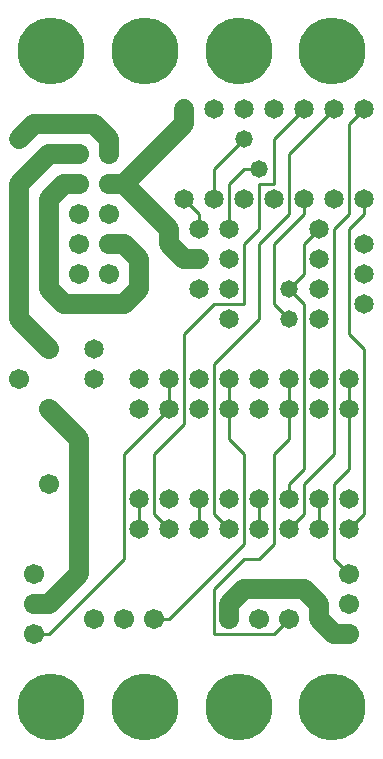
<source format=gtl>
%MOIN*%
%FSLAX25Y25*%
G04 D10 used for Character Trace; *
G04     Circle (OD=.01000) (No hole)*
G04 D11 used for Power Trace; *
G04     Circle (OD=.06500) (No hole)*
G04 D12 used for Signal Trace; *
G04     Circle (OD=.01100) (No hole)*
G04 D13 used for Via; *
G04     Circle (OD=.05800) (Round. Hole ID=.02800)*
G04 D14 used for Component hole; *
G04     Circle (OD=.06500) (Round. Hole ID=.03500)*
G04 D15 used for Component hole; *
G04     Circle (OD=.06700) (Round. Hole ID=.04300)*
G04 D16 used for Component hole; *
G04     Circle (OD=.08100) (Round. Hole ID=.05100)*
G04 D17 used for Component hole; *
G04     Circle (OD=.08900) (Round. Hole ID=.05900)*
G04 D18 used for Component hole; *
G04     Circle (OD=.11300) (Round. Hole ID=.08300)*
G04 D19 used for Component hole; *
G04     Circle (OD=.16000) (Round. Hole ID=.13000)*
G04 D20 used for Component hole; *
G04     Circle (OD=.18300) (Round. Hole ID=.15300)*
G04 D21 used for Component hole; *
G04     Circle (OD=.22291) (Round. Hole ID=.19291)*
%ADD10C,.01000*%
%ADD11C,.06500*%
%ADD12C,.01100*%
%ADD13C,.05800*%
%ADD14C,.06500*%
%ADD15C,.06700*%
%ADD16C,.08100*%
%ADD17C,.08900*%
%ADD18C,.11300*%
%ADD19C,.16000*%
%ADD20C,.18300*%
%ADD21C,.22291*%
%IPPOS*%
%LPD*%
G90*X0Y0D02*D21*X15625Y15625D03*D12*              
X10000Y40000D02*X15000D01*D15*X10000D03*D12*      
X15000D02*X40000Y65000D01*Y100000D01*             
X55000Y115000D01*D14*D03*D12*Y125000D01*D14*D03*  
X65000Y115000D03*X45000D03*X65000Y125000D03*      
X45000D03*D12*X60000Y110000D02*Y140000D01*        
X50000Y100000D02*X60000Y110000D01*X50000Y80000D02*
Y100000D01*X55000Y75000D02*X50000Y80000D01*D14*   
X55000Y75000D03*X65000Y85000D03*D12*Y75000D01*D14*
D03*D12*X75000D02*X70000Y80000D01*D14*            
X75000Y75000D03*D12*X55000Y45000D02*              
X80000Y70000D01*X50000Y45000D02*X55000D01*D15*    
X50000D03*X40000D03*D12*X70000Y40000D02*X90000D01*
X95000Y45000D01*D15*D03*D11*X105000Y50000D02*     
X100000Y55000D01*X105000Y45000D02*Y50000D01*      
X110000Y40000D02*X105000Y45000D01*                
X110000Y40000D02*X115000D01*D15*D03*Y50000D03*D11*
X80000Y55000D02*X100000D01*X75000Y50000D02*       
X80000Y55000D01*X75000Y45000D02*Y50000D01*D15*    
Y45000D03*D12*X70000Y40000D02*Y55000D01*          
X80000Y65000D01*X85000D01*X90000Y70000D01*        
Y100000D01*X95000Y105000D01*Y115000D01*D14*D03*   
D12*Y125000D01*D14*D03*X105000Y115000D03*         
X85000D03*X105000Y125000D03*X85000D03*            
X75000Y145000D03*D12*X80000Y100000D02*            
X75000Y105000D01*X80000Y70000D02*Y100000D01*D14*  
X85000Y75000D03*D12*Y85000D01*D14*D03*            
X95000Y75000D03*D12*X100000Y80000D01*Y90000D01*   
X110000Y100000D01*Y175000D01*X115000Y180000D01*   
Y210000D01*X120000Y215000D01*D14*D03*X110000D03*  
D12*X95000Y200000D01*Y180000D01*X85000Y170000D01* 
Y145000D01*X70000Y130000D01*Y80000D01*D14*        
X75000Y85000D03*X55000D03*D12*X75000Y105000D02*   
Y115000D01*D14*D03*D12*Y125000D01*D14*D03*D12*    
X60000Y140000D02*X70000Y150000D01*X80000D01*      
Y170000D01*X85000Y175000D01*Y190000D01*X90000D01* 
Y205000D01*X100000Y215000D01*D14*D03*X90000D03*   
D21*X78125Y234375D03*D12*X75000Y190000D02*        
X80000Y195000D01*X75000Y175000D02*Y190000D01*D14* 
Y175000D03*X65000Y165000D03*D11*X60000D01*        
X55000Y170000D01*Y175000D01*D14*D03*D11*          
X40000Y190000D01*X35000D01*D15*D03*D11*X40000D02* 
X60000Y210000D01*Y215000D01*D14*D03*X70000D03*D12*
X80000Y195000D02*X85000D01*D13*D03*D14*           
X80000Y185000D03*D13*Y205000D03*D12*              
X70000Y195000D01*Y185000D01*D14*D03*D12*          
X65000Y175000D02*Y180000D01*D14*Y175000D03*D12*   
Y180000D02*X60000Y185000D01*D14*D03*D11*          
X45000Y155000D02*Y165000D01*X40000Y150000D02*     
X45000Y155000D01*X20000Y150000D02*X40000D01*      
X20000D02*X15000Y155000D01*Y185000D01*            
X20000Y190000D01*X25000D01*D15*D03*               
X35000Y180000D03*Y200000D03*D11*Y205000D01*       
X30000Y210000D01*X10000D01*X5000Y205000D01*D13*   
D03*D11*Y190000D02*X15000Y200000D01*              
X5000Y145000D02*Y190000D01*X15000Y135000D02*      
X5000Y145000D01*D15*X15000Y135000D03*             
X5000Y125000D03*D14*X30000D03*Y135000D03*D15*     
X15000Y115000D03*D11*X25000Y105000D01*Y90000D01*  
D15*D03*D11*Y60000D01*X15000Y50000D01*X10000D01*  
D15*D03*Y60000D03*X30000Y45000D03*D21*            
X46875Y15625D03*D14*X45000Y85000D03*D12*Y75000D01*
D14*D03*D15*X15000Y90000D03*X85000Y45000D03*D14*  
X95000Y85000D03*D12*Y90000D01*X100000Y95000D01*   
Y150000D01*X95000Y155000D01*D13*D03*D12*          
X100000Y160000D01*Y170000D01*X105000Y175000D01*   
D14*D03*D12*X90000Y170000D02*X100000Y180000D01*   
X90000Y150000D02*Y170000D01*X95000Y145000D02*     
X90000Y150000D01*D13*X95000Y145000D03*D14*        
X105000Y155000D03*Y145000D03*X115000Y125000D03*   
D12*Y115000D01*D14*D03*D12*Y95000D01*             
X110000Y90000D01*Y65000D01*X115000Y60000D01*D15*  
D03*D14*Y75000D03*D12*X120000Y80000D01*Y135000D01*
X115000Y140000D01*Y175000D01*X120000Y180000D01*   
Y185000D01*D14*D03*X110000D03*X120000Y170000D03*  
X105000Y165000D03*X100000Y185000D03*D12*          
Y180000D01*D14*X90000Y185000D03*X120000Y160000D03*
X75000Y155000D03*Y165000D03*X120000Y150000D03*    
X80000Y215000D03*X65000Y155000D03*D21*            
X46875Y234375D03*X109375D03*D11*X45000Y165000D02* 
X40000Y170000D01*X35000D01*D15*D03*               
X25000Y180000D03*Y160000D03*Y170000D03*           
X35000Y160000D03*X25000Y200000D03*D11*X15000D01*  
D21*X15625Y234375D03*D14*X105000Y85000D03*D12*    
Y75000D01*D14*D03*X115000Y85000D03*D21*           
X78125Y15625D03*X109375D03*M02*                   

</source>
